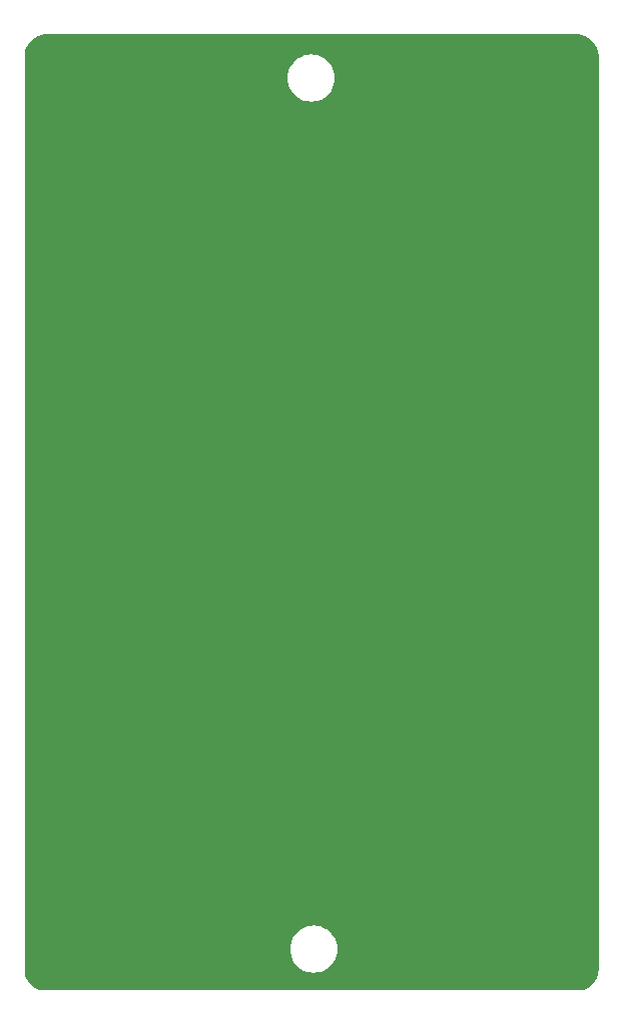
<source format=gbr>
%TF.GenerationSoftware,KiCad,Pcbnew,7.0.2*%
%TF.CreationDate,2024-01-28T20:17:23-05:00*%
%TF.ProjectId,dpx_perv_5x30,6470785f-7065-4727-965f-357833302e6b,rev?*%
%TF.SameCoordinates,Original*%
%TF.FileFunction,Soldermask,Bot*%
%TF.FilePolarity,Negative*%
%FSLAX46Y46*%
G04 Gerber Fmt 4.6, Leading zero omitted, Abs format (unit mm)*
G04 Created by KiCad (PCBNEW 7.0.2) date 2024-01-28 20:17:23*
%MOMM*%
%LPD*%
G01*
G04 APERTURE LIST*
%ADD10R,1.700000X1.700000*%
%ADD11O,1.700000X1.700000*%
G04 APERTURE END LIST*
D10*
%TO.C,J1*%
X46220000Y-33615000D03*
D11*
X43680000Y-33615000D03*
X46220000Y-36155000D03*
X43680000Y-36155000D03*
X46220000Y-38695000D03*
X43680000Y-38695000D03*
X46220000Y-41235000D03*
X43680000Y-41235000D03*
X46220000Y-43775000D03*
X43680000Y-43775000D03*
X46220000Y-46315000D03*
X43680000Y-46315000D03*
X46220000Y-48855000D03*
X43680000Y-48855000D03*
X46220000Y-51395000D03*
X43680000Y-51395000D03*
X46220000Y-53935000D03*
X43680000Y-53935000D03*
X46220000Y-56475000D03*
X43680000Y-56475000D03*
X46220000Y-59015000D03*
X43680000Y-59015000D03*
X46220000Y-61555000D03*
X43680000Y-61555000D03*
X46220000Y-64095000D03*
X43680000Y-64095000D03*
X46220000Y-66635000D03*
X43680000Y-66635000D03*
X46220000Y-69175000D03*
X43680000Y-69175000D03*
X46220000Y-71715000D03*
X43680000Y-71715000D03*
X46220000Y-74255000D03*
X43680000Y-74255000D03*
X46220000Y-76795000D03*
X43680000Y-76795000D03*
X46220000Y-79335000D03*
X43680000Y-79335000D03*
X46220000Y-81875000D03*
X43680000Y-81875000D03*
X46220000Y-84415000D03*
X43680000Y-84415000D03*
X46220000Y-86955000D03*
X43680000Y-86955000D03*
X46220000Y-89495000D03*
X43680000Y-89495000D03*
X46220000Y-92035000D03*
X43680000Y-92035000D03*
X46220000Y-94575000D03*
X43680000Y-94575000D03*
X46220000Y-97115000D03*
X43680000Y-97115000D03*
X46220000Y-99655000D03*
X43680000Y-99655000D03*
X46220000Y-102195000D03*
X43680000Y-102195000D03*
X46220000Y-104735000D03*
X43680000Y-104735000D03*
X46220000Y-107275000D03*
X43680000Y-107275000D03*
%TD*%
D10*
%TO.C,J2*%
X86770000Y-33615000D03*
D11*
X84230000Y-33615000D03*
X86770000Y-36155000D03*
X84230000Y-36155000D03*
X86770000Y-38695000D03*
X84230000Y-38695000D03*
X86770000Y-41235000D03*
X84230000Y-41235000D03*
X86770000Y-43775000D03*
X84230000Y-43775000D03*
X86770000Y-46315000D03*
X84230000Y-46315000D03*
X86770000Y-48855000D03*
X84230000Y-48855000D03*
X86770000Y-51395000D03*
X84230000Y-51395000D03*
X86770000Y-53935000D03*
X84230000Y-53935000D03*
X86770000Y-56475000D03*
X84230000Y-56475000D03*
X86770000Y-59015000D03*
X84230000Y-59015000D03*
X86770000Y-61555000D03*
X84230000Y-61555000D03*
X86770000Y-64095000D03*
X84230000Y-64095000D03*
X86770000Y-66635000D03*
X84230000Y-66635000D03*
X86770000Y-69175000D03*
X84230000Y-69175000D03*
X86770000Y-71715000D03*
X84230000Y-71715000D03*
X86770000Y-74255000D03*
X84230000Y-74255000D03*
X86770000Y-76795000D03*
X84230000Y-76795000D03*
X86770000Y-79335000D03*
X84230000Y-79335000D03*
X86770000Y-81875000D03*
X84230000Y-81875000D03*
X86770000Y-84415000D03*
X84230000Y-84415000D03*
X86770000Y-86955000D03*
X84230000Y-86955000D03*
X86770000Y-89495000D03*
X84230000Y-89495000D03*
X86770000Y-92035000D03*
X84230000Y-92035000D03*
X86770000Y-94575000D03*
X84230000Y-94575000D03*
X86770000Y-97115000D03*
X84230000Y-97115000D03*
X86770000Y-99655000D03*
X84230000Y-99655000D03*
X86770000Y-102195000D03*
X84230000Y-102195000D03*
X86770000Y-104735000D03*
X84230000Y-104735000D03*
X86770000Y-107275000D03*
X84230000Y-107275000D03*
%TD*%
%TO.C,U6*%
X79165000Y-97110000D03*
X76625000Y-97110000D03*
X74085000Y-97110000D03*
X71545000Y-97110000D03*
X69005000Y-97110000D03*
X61405000Y-97110000D03*
X79165000Y-99650000D03*
X76625000Y-99650000D03*
X74085000Y-99650000D03*
X71545000Y-99650000D03*
X69005000Y-99650000D03*
X61405000Y-99650000D03*
X58865000Y-99650000D03*
X58855000Y-97110000D03*
X56325000Y-99650000D03*
X56315000Y-97110000D03*
X53785000Y-99650000D03*
X53775000Y-97110000D03*
X51245000Y-99650000D03*
X51235000Y-97110000D03*
X79165000Y-102190000D03*
X76625000Y-102190000D03*
X74085000Y-102190000D03*
X71545000Y-102190000D03*
X69005000Y-102190000D03*
X61405000Y-102190000D03*
X58865000Y-102190000D03*
X56325000Y-102190000D03*
X53785000Y-102190000D03*
X51245000Y-102190000D03*
X79165000Y-104730000D03*
X76625000Y-104730000D03*
X74085000Y-104730000D03*
X71545000Y-104730000D03*
X69005000Y-104730000D03*
X61405000Y-104730000D03*
X58865000Y-104730000D03*
X56325000Y-104730000D03*
X53785000Y-104730000D03*
X51245000Y-104730000D03*
X79165000Y-107270000D03*
X76625000Y-107270000D03*
X74085000Y-107270000D03*
X71545000Y-107270000D03*
X69005000Y-107270000D03*
X61405000Y-107270000D03*
X58865000Y-107270000D03*
X56325000Y-107270000D03*
X53785000Y-107270000D03*
X51245000Y-107270000D03*
%TD*%
%TO.C,U2*%
X79195000Y-46310000D03*
X76655000Y-46310000D03*
X74115000Y-46310000D03*
X71575000Y-46310000D03*
X69035000Y-46310000D03*
X61435000Y-46310000D03*
X79195000Y-48850000D03*
X76655000Y-48850000D03*
X74115000Y-48850000D03*
X71575000Y-48850000D03*
X69035000Y-48850000D03*
X61435000Y-48850000D03*
X58895000Y-48850000D03*
X58885000Y-46310000D03*
X56355000Y-48850000D03*
X56345000Y-46310000D03*
X53815000Y-48850000D03*
X53805000Y-46310000D03*
X51275000Y-48850000D03*
X51265000Y-46310000D03*
X79195000Y-51390000D03*
X76655000Y-51390000D03*
X74115000Y-51390000D03*
X71575000Y-51390000D03*
X69035000Y-51390000D03*
X61435000Y-51390000D03*
X58895000Y-51390000D03*
X56355000Y-51390000D03*
X53815000Y-51390000D03*
X51275000Y-51390000D03*
X79195000Y-53930000D03*
X76655000Y-53930000D03*
X74115000Y-53930000D03*
X71575000Y-53930000D03*
X69035000Y-53930000D03*
X61435000Y-53930000D03*
X58895000Y-53930000D03*
X56355000Y-53930000D03*
X53815000Y-53930000D03*
X51275000Y-53930000D03*
X79195000Y-56470000D03*
X76655000Y-56470000D03*
X74115000Y-56470000D03*
X71575000Y-56470000D03*
X69035000Y-56470000D03*
X61435000Y-56470000D03*
X58895000Y-56470000D03*
X56355000Y-56470000D03*
X53815000Y-56470000D03*
X51275000Y-56470000D03*
%TD*%
%TO.C,U1*%
X79180000Y-33615000D03*
X76640000Y-33615000D03*
X74100000Y-33615000D03*
X71560000Y-33615000D03*
X69020000Y-33615000D03*
X61420000Y-33615000D03*
X79180000Y-36155000D03*
X76640000Y-36155000D03*
X74100000Y-36155000D03*
X71560000Y-36155000D03*
X69020000Y-36155000D03*
X61420000Y-36155000D03*
X58880000Y-36155000D03*
X58870000Y-33615000D03*
X56340000Y-36155000D03*
X56330000Y-33615000D03*
X53800000Y-36155000D03*
X53790000Y-33615000D03*
X51260000Y-36155000D03*
X51250000Y-33615000D03*
X79180000Y-38695000D03*
X76640000Y-38695000D03*
X74100000Y-38695000D03*
X71560000Y-38695000D03*
X69020000Y-38695000D03*
X61420000Y-38695000D03*
X58880000Y-38695000D03*
X56340000Y-38695000D03*
X53800000Y-38695000D03*
X51260000Y-38695000D03*
X79180000Y-41235000D03*
X76640000Y-41235000D03*
X74100000Y-41235000D03*
X71560000Y-41235000D03*
X69020000Y-41235000D03*
X61420000Y-41235000D03*
X58880000Y-41235000D03*
X56340000Y-41235000D03*
X53800000Y-41235000D03*
X51260000Y-41235000D03*
X79180000Y-43775000D03*
X76640000Y-43775000D03*
X74100000Y-43775000D03*
X71560000Y-43775000D03*
X69020000Y-43775000D03*
X61420000Y-43775000D03*
X58880000Y-43775000D03*
X56340000Y-43775000D03*
X53800000Y-43775000D03*
X51260000Y-43775000D03*
%TD*%
%TO.C,U4*%
X79185000Y-71710000D03*
X76645000Y-71710000D03*
X74105000Y-71710000D03*
X71565000Y-71710000D03*
X69025000Y-71710000D03*
X61425000Y-71710000D03*
X79185000Y-74250000D03*
X76645000Y-74250000D03*
X74105000Y-74250000D03*
X71565000Y-74250000D03*
X69025000Y-74250000D03*
X61425000Y-74250000D03*
X58885000Y-74250000D03*
X58875000Y-71710000D03*
X56345000Y-74250000D03*
X56335000Y-71710000D03*
X53805000Y-74250000D03*
X53795000Y-71710000D03*
X51265000Y-74250000D03*
X51255000Y-71710000D03*
X79185000Y-76790000D03*
X76645000Y-76790000D03*
X74105000Y-76790000D03*
X71565000Y-76790000D03*
X69025000Y-76790000D03*
X61425000Y-76790000D03*
X58885000Y-76790000D03*
X56345000Y-76790000D03*
X53805000Y-76790000D03*
X51265000Y-76790000D03*
X79185000Y-79330000D03*
X76645000Y-79330000D03*
X74105000Y-79330000D03*
X71565000Y-79330000D03*
X69025000Y-79330000D03*
X61425000Y-79330000D03*
X58885000Y-79330000D03*
X56345000Y-79330000D03*
X53805000Y-79330000D03*
X51265000Y-79330000D03*
X79185000Y-81870000D03*
X76645000Y-81870000D03*
X74105000Y-81870000D03*
X71565000Y-81870000D03*
X69025000Y-81870000D03*
X61425000Y-81870000D03*
X58885000Y-81870000D03*
X56345000Y-81870000D03*
X53805000Y-81870000D03*
X51265000Y-81870000D03*
%TD*%
%TO.C,U3*%
X79185000Y-59020000D03*
X76645000Y-59020000D03*
X74105000Y-59020000D03*
X71565000Y-59020000D03*
X69025000Y-59020000D03*
X61425000Y-59020000D03*
X79185000Y-61560000D03*
X76645000Y-61560000D03*
X74105000Y-61560000D03*
X71565000Y-61560000D03*
X69025000Y-61560000D03*
X61425000Y-61560000D03*
X58885000Y-61560000D03*
X58875000Y-59020000D03*
X56345000Y-61560000D03*
X56335000Y-59020000D03*
X53805000Y-61560000D03*
X53795000Y-59020000D03*
X51265000Y-61560000D03*
X51255000Y-59020000D03*
X79185000Y-64100000D03*
X76645000Y-64100000D03*
X74105000Y-64100000D03*
X71565000Y-64100000D03*
X69025000Y-64100000D03*
X61425000Y-64100000D03*
X58885000Y-64100000D03*
X56345000Y-64100000D03*
X53805000Y-64100000D03*
X51265000Y-64100000D03*
X79185000Y-66640000D03*
X76645000Y-66640000D03*
X74105000Y-66640000D03*
X71565000Y-66640000D03*
X69025000Y-66640000D03*
X61425000Y-66640000D03*
X58885000Y-66640000D03*
X56345000Y-66640000D03*
X53805000Y-66640000D03*
X51265000Y-66640000D03*
X79185000Y-69180000D03*
X76645000Y-69180000D03*
X74105000Y-69180000D03*
X71565000Y-69180000D03*
X69025000Y-69180000D03*
X61425000Y-69180000D03*
X58885000Y-69180000D03*
X56345000Y-69180000D03*
X53805000Y-69180000D03*
X51265000Y-69180000D03*
%TD*%
%TO.C,U5*%
X79165000Y-84400000D03*
X76625000Y-84400000D03*
X74085000Y-84400000D03*
X71545000Y-84400000D03*
X69005000Y-84400000D03*
X61405000Y-84400000D03*
X79165000Y-86940000D03*
X76625000Y-86940000D03*
X74085000Y-86940000D03*
X71545000Y-86940000D03*
X69005000Y-86940000D03*
X61405000Y-86940000D03*
X58865000Y-86940000D03*
X58855000Y-84400000D03*
X56325000Y-86940000D03*
X56315000Y-84400000D03*
X53785000Y-86940000D03*
X53775000Y-84400000D03*
X51245000Y-86940000D03*
X51235000Y-84400000D03*
X79165000Y-89480000D03*
X76625000Y-89480000D03*
X74085000Y-89480000D03*
X71545000Y-89480000D03*
X69005000Y-89480000D03*
X61405000Y-89480000D03*
X58865000Y-89480000D03*
X56325000Y-89480000D03*
X53785000Y-89480000D03*
X51245000Y-89480000D03*
X79165000Y-92020000D03*
X76625000Y-92020000D03*
X74085000Y-92020000D03*
X71545000Y-92020000D03*
X69005000Y-92020000D03*
X61405000Y-92020000D03*
X58865000Y-92020000D03*
X56325000Y-92020000D03*
X53785000Y-92020000D03*
X51245000Y-92020000D03*
X79165000Y-94560000D03*
X76625000Y-94560000D03*
X74085000Y-94560000D03*
X71545000Y-94560000D03*
X69005000Y-94560000D03*
X61405000Y-94560000D03*
X58865000Y-94560000D03*
X56325000Y-94560000D03*
X53785000Y-94560000D03*
X51245000Y-94560000D03*
%TD*%
G36*
X87624418Y-29850316D02*
G01*
X87895785Y-29869724D01*
X87913297Y-29872242D01*
X88174794Y-29929127D01*
X88191770Y-29934111D01*
X88442524Y-30027638D01*
X88458617Y-30034988D01*
X88693496Y-30163241D01*
X88708380Y-30172806D01*
X88922624Y-30333188D01*
X88935994Y-30344774D01*
X89125225Y-30534005D01*
X89136811Y-30547375D01*
X89297193Y-30761619D01*
X89306758Y-30776503D01*
X89435011Y-31011382D01*
X89442361Y-31027475D01*
X89535888Y-31278229D01*
X89540872Y-31295205D01*
X89597757Y-31556702D01*
X89600275Y-31574214D01*
X89619684Y-31845581D01*
X89620000Y-31854427D01*
X89620000Y-109005572D01*
X89619684Y-109014418D01*
X89600275Y-109285785D01*
X89597757Y-109303297D01*
X89540872Y-109564794D01*
X89535888Y-109581770D01*
X89442361Y-109832524D01*
X89435011Y-109848617D01*
X89306758Y-110083496D01*
X89297193Y-110098380D01*
X89136811Y-110312624D01*
X89125225Y-110325994D01*
X88935994Y-110515225D01*
X88922624Y-110526811D01*
X88708380Y-110687193D01*
X88693496Y-110696758D01*
X88458616Y-110825012D01*
X88442525Y-110832361D01*
X88416198Y-110842181D01*
X88372862Y-110850000D01*
X42127138Y-110850000D01*
X42083804Y-110842182D01*
X42057476Y-110832362D01*
X42041383Y-110825012D01*
X41806503Y-110696758D01*
X41791619Y-110687193D01*
X41577375Y-110526811D01*
X41564005Y-110515225D01*
X41374774Y-110325994D01*
X41363188Y-110312624D01*
X41202806Y-110098380D01*
X41193241Y-110083496D01*
X41064988Y-109848617D01*
X41057638Y-109832524D01*
X40964111Y-109581770D01*
X40959126Y-109564790D01*
X40952833Y-109535857D01*
X40950000Y-109509503D01*
X40950000Y-107419999D01*
X63439999Y-107419999D01*
X63460357Y-107704630D01*
X63521012Y-107983460D01*
X63620738Y-108250833D01*
X63757491Y-108501280D01*
X63928503Y-108729723D01*
X64130276Y-108931496D01*
X64358719Y-109102508D01*
X64609166Y-109239261D01*
X64876539Y-109338987D01*
X65155369Y-109399642D01*
X65440000Y-109420000D01*
X65724630Y-109399642D01*
X66003460Y-109338987D01*
X66270833Y-109239261D01*
X66521280Y-109102508D01*
X66749723Y-108931496D01*
X66951496Y-108729723D01*
X67122508Y-108501280D01*
X67259261Y-108250833D01*
X67358987Y-107983460D01*
X67419642Y-107704630D01*
X67440000Y-107419999D01*
X67419642Y-107135369D01*
X67358987Y-106856539D01*
X67259261Y-106589166D01*
X67122508Y-106338719D01*
X66951496Y-106110276D01*
X66749723Y-105908503D01*
X66521280Y-105737491D01*
X66270833Y-105600738D01*
X66003460Y-105501012D01*
X65724630Y-105440357D01*
X65439999Y-105419999D01*
X65155369Y-105440357D01*
X64876539Y-105501012D01*
X64609166Y-105600738D01*
X64358719Y-105737491D01*
X64130276Y-105908503D01*
X63928503Y-106110276D01*
X63757491Y-106338719D01*
X63620738Y-106589166D01*
X63521012Y-106856539D01*
X63460357Y-107135369D01*
X63439999Y-107419999D01*
X40950000Y-107419999D01*
X40950000Y-33589999D01*
X63239999Y-33589999D01*
X63260357Y-33874630D01*
X63321012Y-34153460D01*
X63420738Y-34420833D01*
X63557491Y-34671280D01*
X63728503Y-34899723D01*
X63930276Y-35101496D01*
X64158719Y-35272508D01*
X64409166Y-35409261D01*
X64676539Y-35508987D01*
X64955369Y-35569642D01*
X65239999Y-35590000D01*
X65524630Y-35569642D01*
X65803460Y-35508987D01*
X66070833Y-35409261D01*
X66321280Y-35272508D01*
X66549723Y-35101496D01*
X66751496Y-34899723D01*
X66922508Y-34671280D01*
X67059261Y-34420833D01*
X67158987Y-34153460D01*
X67219642Y-33874630D01*
X67240000Y-33589999D01*
X67219642Y-33305369D01*
X67158987Y-33026539D01*
X67059261Y-32759166D01*
X66922508Y-32508719D01*
X66751496Y-32280276D01*
X66549723Y-32078503D01*
X66321280Y-31907491D01*
X66070833Y-31770738D01*
X65803460Y-31671012D01*
X65524630Y-31610357D01*
X65240000Y-31589999D01*
X64955369Y-31610357D01*
X64676539Y-31671012D01*
X64409166Y-31770738D01*
X64158719Y-31907491D01*
X63930276Y-32078503D01*
X63728503Y-32280276D01*
X63557491Y-32508719D01*
X63420738Y-32759166D01*
X63321012Y-33026539D01*
X63260357Y-33305369D01*
X63239999Y-33589999D01*
X40950000Y-33589999D01*
X40950000Y-31350495D01*
X40952833Y-31324140D01*
X40959126Y-31295208D01*
X40964111Y-31278229D01*
X41057638Y-31027475D01*
X41064988Y-31011382D01*
X41193241Y-30776503D01*
X41202806Y-30761619D01*
X41363188Y-30547375D01*
X41374774Y-30534005D01*
X41564005Y-30344774D01*
X41577375Y-30333188D01*
X41791619Y-30172806D01*
X41806503Y-30163241D01*
X42041382Y-30034988D01*
X42057475Y-30027638D01*
X42308229Y-29934111D01*
X42325205Y-29929127D01*
X42586702Y-29872242D01*
X42604214Y-29869724D01*
X42875582Y-29850316D01*
X42884428Y-29850000D01*
X87615572Y-29850000D01*
X87624418Y-29850316D01*
G37*
M02*

</source>
